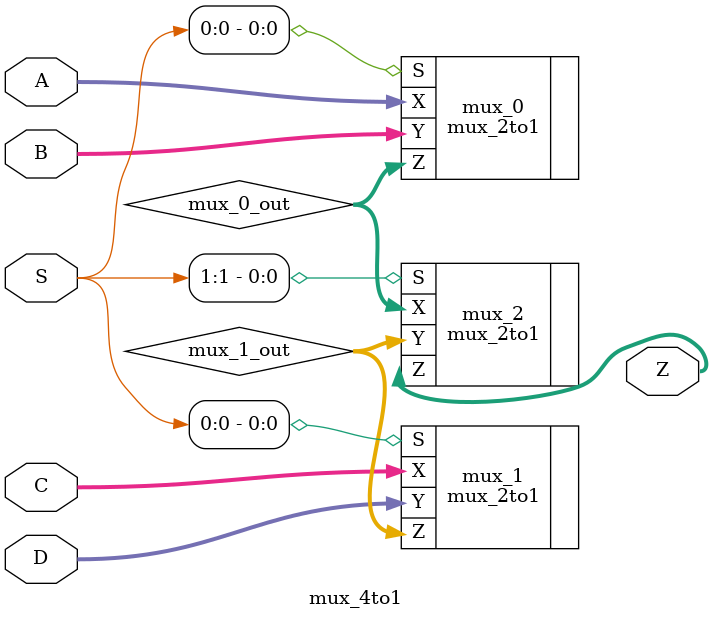
<source format=v>
`timescale 1ns / 1ps
`default_nettype none //helps catch typo-related bugs
module mux_4to1(A,B,C,D,S,Z);

	//parameter definitions
	parameter N = 16;

	//port definitions - customize for different bit widths
	input  wire [N-1:0] A;
	input  wire [N-1:0] B;
	input  wire [N-1:0] C;
	input  wire [N-1:0] D;
	input  wire [1:0] S;
	output wire [N-1:0] Z;
	
	wire [N-1:0] mux_0_out;
	wire [N-1:0] mux_1_out;
	
	
	mux_2to1 #(.N(N)) mux_0 (
		.X(A), 
		.Y(B), 
		.S(S[0]), 
		.Z(mux_0_out)
	);
	
	mux_2to1 #(.N(N)) mux_1 (
		.X(C), 
		.Y(D), 
		.S(S[0]), 
		.Z(mux_1_out)
	);
	
	mux_2to1 #(.N(N)) mux_2 (
		.X(mux_0_out), 
		.Y(mux_1_out), 
		.S(S[1]), 
		.Z(Z)
	);


endmodule
`default_nettype wire //some Xilinx IP requires that the default_nettype be set to wire

</source>
